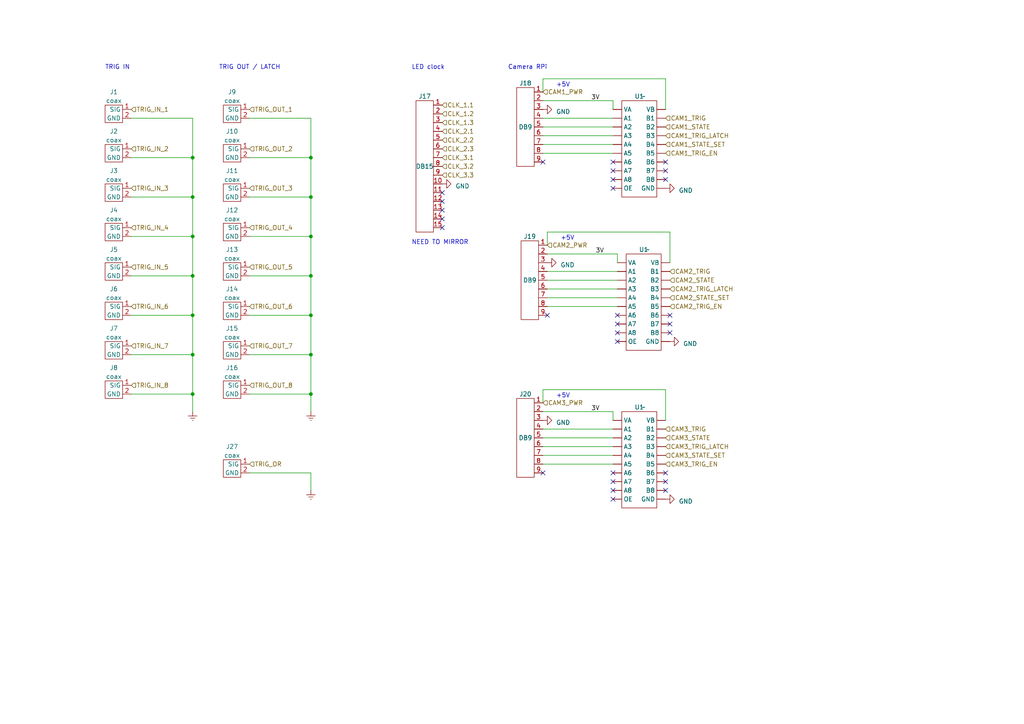
<source format=kicad_sch>
(kicad_sch (version 20230121) (generator eeschema)

  (uuid 5996e0c5-2d4d-4829-b39b-a476aa5c0e70)

  (paper "A4")

  (lib_symbols
    (symbol "led_driver:DB15" (in_bom yes) (on_board yes)
      (property "Reference" "J" (at 0 20.32 0)
        (effects (font (size 1.27 1.27)))
      )
      (property "Value" "DB15" (at 0 0 0)
        (effects (font (size 1.27 1.27)))
      )
      (property "Footprint" "" (at 0 20.32 0)
        (effects (font (size 1.27 1.27)) hide)
      )
      (property "Datasheet" "" (at 0 20.32 0)
        (effects (font (size 1.27 1.27)) hide)
      )
      (symbol "DB15_0_1"
        (rectangle (start -2.54 19.05) (end 2.54 -19.05)
          (stroke (width 0) (type default))
          (fill (type none))
        )
      )
      (symbol "DB15_1_1"
        (pin passive line (at 5.08 17.78 180) (length 2.54)
          (name "" (effects (font (size 1.27 1.27))))
          (number "1" (effects (font (size 1.27 1.27))))
        )
        (pin passive line (at 5.08 -5.08 180) (length 2.54)
          (name "" (effects (font (size 1.27 1.27))))
          (number "10" (effects (font (size 1.27 1.27))))
        )
        (pin passive line (at 5.08 -7.62 180) (length 2.54)
          (name "" (effects (font (size 1.27 1.27))))
          (number "11" (effects (font (size 1.27 1.27))))
        )
        (pin passive line (at 5.08 -10.16 180) (length 2.54)
          (name "" (effects (font (size 1.27 1.27))))
          (number "12" (effects (font (size 1.27 1.27))))
        )
        (pin passive line (at 5.08 -12.7 180) (length 2.54)
          (name "" (effects (font (size 1.27 1.27))))
          (number "13" (effects (font (size 1.27 1.27))))
        )
        (pin passive line (at 5.08 -15.24 180) (length 2.54)
          (name "" (effects (font (size 1.27 1.27))))
          (number "14" (effects (font (size 1.27 1.27))))
        )
        (pin passive line (at 5.08 -17.78 180) (length 2.54)
          (name "" (effects (font (size 1.27 1.27))))
          (number "15" (effects (font (size 1.27 1.27))))
        )
        (pin passive line (at 5.08 15.24 180) (length 2.54)
          (name "" (effects (font (size 1.27 1.27))))
          (number "2" (effects (font (size 1.27 1.27))))
        )
        (pin passive line (at 5.08 12.7 180) (length 2.54)
          (name "" (effects (font (size 1.27 1.27))))
          (number "3" (effects (font (size 1.27 1.27))))
        )
        (pin passive line (at 5.08 10.16 180) (length 2.54)
          (name "" (effects (font (size 1.27 1.27))))
          (number "4" (effects (font (size 1.27 1.27))))
        )
        (pin passive line (at 5.08 7.62 180) (length 2.54)
          (name "" (effects (font (size 1.27 1.27))))
          (number "5" (effects (font (size 1.27 1.27))))
        )
        (pin passive line (at 5.08 5.08 180) (length 2.54)
          (name "" (effects (font (size 1.27 1.27))))
          (number "6" (effects (font (size 1.27 1.27))))
        )
        (pin passive line (at 5.08 2.54 180) (length 2.54)
          (name "" (effects (font (size 1.27 1.27))))
          (number "7" (effects (font (size 1.27 1.27))))
        )
        (pin passive line (at 5.08 0 180) (length 2.54)
          (name "" (effects (font (size 1.27 1.27))))
          (number "8" (effects (font (size 1.27 1.27))))
        )
        (pin passive line (at 5.08 -2.54 180) (length 2.54)
          (name "" (effects (font (size 1.27 1.27))))
          (number "9" (effects (font (size 1.27 1.27))))
        )
      )
    )
    (symbol "led_driver:DB9" (in_bom yes) (on_board yes)
      (property "Reference" "J" (at 0 12.7 0)
        (effects (font (size 1.27 1.27)))
      )
      (property "Value" "" (at 0 12.7 0)
        (effects (font (size 1.27 1.27)))
      )
      (property "Footprint" "" (at 0 12.7 0)
        (effects (font (size 1.27 1.27)) hide)
      )
      (property "Datasheet" "" (at 0 12.7 0)
        (effects (font (size 1.27 1.27)) hide)
      )
      (symbol "DB9_0_1"
        (rectangle (start -2.54 11.43) (end 2.54 -11.43)
          (stroke (width 0) (type default))
          (fill (type none))
        )
      )
      (symbol "DB9_1_1"
        (pin passive line (at 5.08 10.16 180) (length 2.54)
          (name "" (effects (font (size 1.27 1.27))))
          (number "1" (effects (font (size 1.27 1.27))))
        )
        (pin passive line (at 5.08 7.62 180) (length 2.54)
          (name "" (effects (font (size 1.27 1.27))))
          (number "2" (effects (font (size 1.27 1.27))))
        )
        (pin passive line (at 5.08 5.08 180) (length 2.54)
          (name "" (effects (font (size 1.27 1.27))))
          (number "3" (effects (font (size 1.27 1.27))))
        )
        (pin passive line (at 5.08 2.54 180) (length 2.54)
          (name "" (effects (font (size 1.27 1.27))))
          (number "4" (effects (font (size 1.27 1.27))))
        )
        (pin passive line (at 5.08 0 180) (length 2.54)
          (name "" (effects (font (size 1.27 1.27))))
          (number "5" (effects (font (size 1.27 1.27))))
        )
        (pin passive line (at 5.08 -2.54 180) (length 2.54)
          (name "" (effects (font (size 1.27 1.27))))
          (number "6" (effects (font (size 1.27 1.27))))
        )
        (pin passive line (at 5.08 -5.08 180) (length 2.54)
          (name "" (effects (font (size 1.27 1.27))))
          (number "7" (effects (font (size 1.27 1.27))))
        )
        (pin passive line (at 5.08 -7.62 180) (length 2.54)
          (name "" (effects (font (size 1.27 1.27))))
          (number "8" (effects (font (size 1.27 1.27))))
        )
        (pin passive line (at 5.08 -10.16 180) (length 2.54)
          (name "" (effects (font (size 1.27 1.27))))
          (number "9" (effects (font (size 1.27 1.27))))
        )
      )
    )
    (symbol "led_driver:Logic_Converter_5V" (in_bom yes) (on_board yes)
      (property "Reference" "U" (at 0 15.24 0)
        (effects (font (size 1.27 1.27)))
      )
      (property "Value" "Logic_Converter_5V" (at 0 -15.24 0)
        (effects (font (size 1.27 1.27)))
      )
      (property "Footprint" "" (at 1.27 15.24 0)
        (effects (font (size 1.27 1.27)) hide)
      )
      (property "Datasheet" "" (at 1.27 15.24 0)
        (effects (font (size 1.27 1.27)) hide)
      )
      (symbol "Logic_Converter_5V_0_1"
        (rectangle (start -5.08 13.97) (end 5.08 -13.97)
          (stroke (width 0) (type default))
          (fill (type none))
        )
      )
      (symbol "Logic_Converter_5V_1_1"
        (pin passive line (at -7.62 8.89 0) (length 2.54)
          (name "A1" (effects (font (size 1.27 1.27))))
          (number "" (effects (font (size 1.27 1.27))))
        )
        (pin passive line (at -7.62 6.35 0) (length 2.54)
          (name "A2" (effects (font (size 1.27 1.27))))
          (number "" (effects (font (size 1.27 1.27))))
        )
        (pin passive line (at -7.62 3.81 0) (length 2.54)
          (name "A3" (effects (font (size 1.27 1.27))))
          (number "" (effects (font (size 1.27 1.27))))
        )
        (pin passive line (at -7.62 1.27 0) (length 2.54)
          (name "A4" (effects (font (size 1.27 1.27))))
          (number "" (effects (font (size 1.27 1.27))))
        )
        (pin passive line (at -7.62 -1.27 0) (length 2.54)
          (name "A5" (effects (font (size 1.27 1.27))))
          (number "" (effects (font (size 1.27 1.27))))
        )
        (pin passive line (at -7.62 -3.81 0) (length 2.54)
          (name "A6" (effects (font (size 1.27 1.27))))
          (number "" (effects (font (size 1.27 1.27))))
        )
        (pin passive line (at -7.62 -6.35 0) (length 2.54)
          (name "A7" (effects (font (size 1.27 1.27))))
          (number "" (effects (font (size 1.27 1.27))))
        )
        (pin passive line (at -7.62 -8.89 0) (length 2.54)
          (name "A8" (effects (font (size 1.27 1.27))))
          (number "" (effects (font (size 1.27 1.27))))
        )
        (pin passive line (at 7.62 8.89 180) (length 2.54)
          (name "B1" (effects (font (size 1.27 1.27))))
          (number "" (effects (font (size 1.27 1.27))))
        )
        (pin passive line (at 7.62 6.35 180) (length 2.54)
          (name "B2" (effects (font (size 1.27 1.27))))
          (number "" (effects (font (size 1.27 1.27))))
        )
        (pin passive line (at 7.62 3.81 180) (length 2.54)
          (name "B3" (effects (font (size 1.27 1.27))))
          (number "" (effects (font (size 1.27 1.27))))
        )
        (pin passive line (at 7.62 1.27 180) (length 2.54)
          (name "B4" (effects (font (size 1.27 1.27))))
          (number "" (effects (font (size 1.27 1.27))))
        )
        (pin passive line (at 7.62 -1.27 180) (length 2.54)
          (name "B5" (effects (font (size 1.27 1.27))))
          (number "" (effects (font (size 1.27 1.27))))
        )
        (pin passive line (at 7.62 -3.81 180) (length 2.54)
          (name "B6" (effects (font (size 1.27 1.27))))
          (number "" (effects (font (size 1.27 1.27))))
        )
        (pin passive line (at 7.62 -6.35 180) (length 2.54)
          (name "B7" (effects (font (size 1.27 1.27))))
          (number "" (effects (font (size 1.27 1.27))))
        )
        (pin passive line (at 7.62 -8.89 180) (length 2.54)
          (name "B8" (effects (font (size 1.27 1.27))))
          (number "" (effects (font (size 1.27 1.27))))
        )
        (pin passive line (at 7.62 -11.43 180) (length 2.54)
          (name "GND" (effects (font (size 1.27 1.27))))
          (number "" (effects (font (size 1.27 1.27))))
        )
        (pin passive line (at -7.62 -11.43 0) (length 2.54)
          (name "OE" (effects (font (size 1.27 1.27))))
          (number "" (effects (font (size 1.27 1.27))))
        )
        (pin passive line (at -7.62 11.43 0) (length 2.54)
          (name "VA" (effects (font (size 1.27 1.27))))
          (number "" (effects (font (size 1.27 1.27))))
        )
        (pin passive line (at 7.62 11.43 180) (length 2.54)
          (name "VB" (effects (font (size 1.27 1.27))))
          (number "" (effects (font (size 1.27 1.27))))
        )
      )
    )
    (symbol "led_driver:coax" (in_bom yes) (on_board yes)
      (property "Reference" "J" (at 0 3.81 0)
        (effects (font (size 1.27 1.27)))
      )
      (property "Value" "coax" (at 0 -3.81 0)
        (effects (font (size 1.27 1.27)))
      )
      (property "Footprint" "" (at 0 3.81 0)
        (effects (font (size 1.27 1.27)) hide)
      )
      (property "Datasheet" "" (at 0 3.81 0)
        (effects (font (size 1.27 1.27)) hide)
      )
      (symbol "coax_0_1"
        (rectangle (start -2.54 -2.54) (end 2.54 2.54)
          (stroke (width 0) (type default))
          (fill (type none))
        )
      )
      (symbol "coax_1_1"
        (pin input line (at 5.08 1.27 180) (length 2.54)
          (name "SIG" (effects (font (size 1.27 1.27))))
          (number "1" (effects (font (size 1.27 1.27))))
        )
        (pin input line (at 5.08 -1.27 180) (length 2.54)
          (name "GND" (effects (font (size 1.27 1.27))))
          (number "2" (effects (font (size 1.27 1.27))))
        )
      )
    )
    (symbol "power:Earth" (power) (pin_names (offset 0)) (in_bom yes) (on_board yes)
      (property "Reference" "#PWR" (at 0 -6.35 0)
        (effects (font (size 1.27 1.27)) hide)
      )
      (property "Value" "Earth" (at 0 -3.81 0)
        (effects (font (size 1.27 1.27)) hide)
      )
      (property "Footprint" "" (at 0 0 0)
        (effects (font (size 1.27 1.27)) hide)
      )
      (property "Datasheet" "~" (at 0 0 0)
        (effects (font (size 1.27 1.27)) hide)
      )
      (property "ki_keywords" "global ground gnd" (at 0 0 0)
        (effects (font (size 1.27 1.27)) hide)
      )
      (property "ki_description" "Power symbol creates a global label with name \"Earth\"" (at 0 0 0)
        (effects (font (size 1.27 1.27)) hide)
      )
      (symbol "Earth_0_1"
        (polyline
          (pts
            (xy -0.635 -1.905)
            (xy 0.635 -1.905)
          )
          (stroke (width 0) (type default))
          (fill (type none))
        )
        (polyline
          (pts
            (xy -0.127 -2.54)
            (xy 0.127 -2.54)
          )
          (stroke (width 0) (type default))
          (fill (type none))
        )
        (polyline
          (pts
            (xy 0 -1.27)
            (xy 0 0)
          )
          (stroke (width 0) (type default))
          (fill (type none))
        )
        (polyline
          (pts
            (xy 1.27 -1.27)
            (xy -1.27 -1.27)
          )
          (stroke (width 0) (type default))
          (fill (type none))
        )
      )
      (symbol "Earth_1_1"
        (pin power_in line (at 0 0 270) (length 0) hide
          (name "Earth" (effects (font (size 1.27 1.27))))
          (number "1" (effects (font (size 1.27 1.27))))
        )
      )
    )
    (symbol "power:GND" (power) (pin_names (offset 0)) (in_bom yes) (on_board yes)
      (property "Reference" "#PWR" (at 0 -6.35 0)
        (effects (font (size 1.27 1.27)) hide)
      )
      (property "Value" "GND" (at 0 -3.81 0)
        (effects (font (size 1.27 1.27)))
      )
      (property "Footprint" "" (at 0 0 0)
        (effects (font (size 1.27 1.27)) hide)
      )
      (property "Datasheet" "" (at 0 0 0)
        (effects (font (size 1.27 1.27)) hide)
      )
      (property "ki_keywords" "global power" (at 0 0 0)
        (effects (font (size 1.27 1.27)) hide)
      )
      (property "ki_description" "Power symbol creates a global label with name \"GND\" , ground" (at 0 0 0)
        (effects (font (size 1.27 1.27)) hide)
      )
      (symbol "GND_0_1"
        (polyline
          (pts
            (xy 0 0)
            (xy 0 -1.27)
            (xy 1.27 -1.27)
            (xy 0 -2.54)
            (xy -1.27 -1.27)
            (xy 0 -1.27)
          )
          (stroke (width 0) (type default))
          (fill (type none))
        )
      )
      (symbol "GND_1_1"
        (pin power_in line (at 0 0 270) (length 0) hide
          (name "GND" (effects (font (size 1.27 1.27))))
          (number "1" (effects (font (size 1.27 1.27))))
        )
      )
    )
  )

  (junction (at 90.17 114.3) (diameter 0) (color 0 0 0 0)
    (uuid 08b895f1-4315-42bb-934d-213d234a6585)
  )
  (junction (at 90.17 57.15) (diameter 0) (color 0 0 0 0)
    (uuid 0e2587e1-8090-4820-afa0-a72d7eb8e374)
  )
  (junction (at 55.88 114.3) (diameter 0) (color 0 0 0 0)
    (uuid 32a88476-7c8f-4a14-a850-27a162cfc363)
  )
  (junction (at 90.17 80.01) (diameter 0) (color 0 0 0 0)
    (uuid 3f56059d-ea40-4513-832d-277f11315684)
  )
  (junction (at 55.88 68.58) (diameter 0) (color 0 0 0 0)
    (uuid 49dea4de-6799-4b2c-b186-91043ef93834)
  )
  (junction (at 90.17 68.58) (diameter 0) (color 0 0 0 0)
    (uuid 58e61339-145e-4596-83f4-1468d87a2c6b)
  )
  (junction (at 55.88 80.01) (diameter 0) (color 0 0 0 0)
    (uuid 5b7063c5-d545-45f8-b730-7fda2a40b607)
  )
  (junction (at 90.17 102.87) (diameter 0) (color 0 0 0 0)
    (uuid 6dc71e9e-be56-4f3e-b099-138b7f5b600c)
  )
  (junction (at 55.88 91.44) (diameter 0) (color 0 0 0 0)
    (uuid 714e3cfe-d320-428c-819c-69d4a4d1b62d)
  )
  (junction (at 90.17 91.44) (diameter 0) (color 0 0 0 0)
    (uuid 73609aca-7a01-450d-ad1b-4fc556e6ac6a)
  )
  (junction (at 55.88 102.87) (diameter 0) (color 0 0 0 0)
    (uuid 98c3e910-cb3c-47ff-af61-1544edf7c951)
  )
  (junction (at 55.88 45.72) (diameter 0) (color 0 0 0 0)
    (uuid 9c2ccdac-28a7-4f3b-869f-d319a5f28d63)
  )
  (junction (at 55.88 57.15) (diameter 0) (color 0 0 0 0)
    (uuid da320d1e-e06d-4ecc-83b9-1ad29ddeacfc)
  )
  (junction (at 90.17 45.72) (diameter 0) (color 0 0 0 0)
    (uuid f41cac3b-cffb-4b2d-b7a8-12883c24c974)
  )

  (no_connect (at 179.07 99.06) (uuid 13b718f6-65d5-4c11-a2e7-51e95713a401))
  (no_connect (at 194.31 91.44) (uuid 1603403e-8575-4e28-848c-1c123759bf34))
  (no_connect (at 177.8 46.99) (uuid 1683d365-792f-4e26-aa3e-ec1f34d49576))
  (no_connect (at 193.04 52.07) (uuid 213a48d1-1ab0-41a1-9d29-a15bdfc42ce1))
  (no_connect (at 128.27 63.5) (uuid 24304bda-713c-49ae-be09-13e1c823c057))
  (no_connect (at 157.48 46.99) (uuid 26588dc8-8632-46d2-8818-06be1bb0e904))
  (no_connect (at 193.04 46.99) (uuid 409a5995-902d-4ee1-9370-7e1341e0fcdb))
  (no_connect (at 193.04 139.7) (uuid 40add38f-87a1-4877-b4c8-11ba95e44603))
  (no_connect (at 193.04 49.53) (uuid 4addeaae-f410-4261-aaf3-fa1b43dbd245))
  (no_connect (at 128.27 66.04) (uuid 4eaca7b4-fde5-4c75-8063-a864cfc82e2c))
  (no_connect (at 177.8 52.07) (uuid 605a4748-45c1-45c2-a657-807c91888591))
  (no_connect (at 177.8 49.53) (uuid 6edc91b8-b0fa-4383-b444-9cb189402ff0))
  (no_connect (at 177.8 137.16) (uuid 75fc5c13-b661-4b2e-b217-037dd3d7ec33))
  (no_connect (at 177.8 142.24) (uuid 795eea3a-401c-4bc1-b8f0-bc0f6c08482e))
  (no_connect (at 177.8 54.61) (uuid 7e4293c4-aca1-4570-9df4-024c3ba78399))
  (no_connect (at 194.31 93.98) (uuid 7f3c2615-2fb9-44b4-ae76-7eec2520099e))
  (no_connect (at 193.04 142.24) (uuid 80d0dee6-4b55-4758-9f57-64576af95881))
  (no_connect (at 158.75 91.44) (uuid 9233d0c4-cf5a-4d4d-baf8-d1028b3e48c9))
  (no_connect (at 177.8 139.7) (uuid 9b9330c6-6e42-4af1-9f2e-60f59ec1ed15))
  (no_connect (at 157.48 137.16) (uuid a8c04d28-37be-4be0-9600-74f98b262941))
  (no_connect (at 128.27 58.42) (uuid ae9036d3-652e-454d-86d1-79d8a516f7f6))
  (no_connect (at 179.07 93.98) (uuid b12b179b-e93e-4b55-b52d-2d4f909f6d73))
  (no_connect (at 128.27 55.88) (uuid bd9e736c-2695-4eaa-845a-57ff03aa55c3))
  (no_connect (at 179.07 91.44) (uuid c7fb5b71-ac0b-41bc-9672-ec136698f102))
  (no_connect (at 177.8 144.78) (uuid c881fee1-065d-4f66-a3c4-eefc61690a79))
  (no_connect (at 193.04 137.16) (uuid c9495614-8d75-48da-8405-d091e3b60fd5))
  (no_connect (at 179.07 96.52) (uuid cc66a46b-506f-452d-8e28-eda6118992b9))
  (no_connect (at 194.31 96.52) (uuid ce230cc6-59a1-48e3-b9b3-b39ad41fb49e))
  (no_connect (at 128.27 60.96) (uuid f2326b08-e600-4833-889c-e4e8f6587687))

  (wire (pts (xy 158.75 73.66) (xy 179.07 73.66))
    (stroke (width 0) (type default))
    (uuid 0247a21d-c116-4dbc-8624-613736a62f5c)
  )
  (wire (pts (xy 38.1 80.01) (xy 55.88 80.01))
    (stroke (width 0) (type default))
    (uuid 118fa763-e579-49ae-9480-2255fbed1fb7)
  )
  (wire (pts (xy 72.39 80.01) (xy 90.17 80.01))
    (stroke (width 0) (type default))
    (uuid 1326c9f8-c4c8-4b40-9821-520c6b058652)
  )
  (wire (pts (xy 194.31 67.31) (xy 194.31 76.2))
    (stroke (width 0) (type default))
    (uuid 168c3067-e7dc-4064-a6b5-1e9228e56a9c)
  )
  (wire (pts (xy 157.48 26.67) (xy 157.48 22.86))
    (stroke (width 0) (type default))
    (uuid 197e20c8-6e04-4de8-b5da-2d70f0c56b9c)
  )
  (wire (pts (xy 55.88 34.29) (xy 38.1 34.29))
    (stroke (width 0) (type default))
    (uuid 1d070a8f-1dfe-435a-90c9-721139dccb3e)
  )
  (wire (pts (xy 157.48 113.03) (xy 157.48 116.84))
    (stroke (width 0) (type default))
    (uuid 1de25731-197d-48a6-9cee-74767d032526)
  )
  (wire (pts (xy 55.88 57.15) (xy 55.88 68.58))
    (stroke (width 0) (type default))
    (uuid 242b6336-1c83-402d-bf0b-83154054ebe4)
  )
  (wire (pts (xy 177.8 29.21) (xy 177.8 31.75))
    (stroke (width 0) (type default))
    (uuid 2640382f-a69a-4111-95f3-364ba61d713a)
  )
  (wire (pts (xy 193.04 22.86) (xy 193.04 31.75))
    (stroke (width 0) (type default))
    (uuid 26b5bfeb-7f6b-41b5-9865-c3e9c47a30d9)
  )
  (wire (pts (xy 55.88 45.72) (xy 55.88 34.29))
    (stroke (width 0) (type default))
    (uuid 27fe00f7-29dc-4ad1-aad7-aa011b6d8ed6)
  )
  (wire (pts (xy 38.1 114.3) (xy 55.88 114.3))
    (stroke (width 0) (type default))
    (uuid 2c0fa85b-e458-41eb-9d58-c12a2a5c28fe)
  )
  (wire (pts (xy 55.88 68.58) (xy 55.88 80.01))
    (stroke (width 0) (type default))
    (uuid 2c5237e1-436f-49b0-8f42-2e1b6f57481a)
  )
  (wire (pts (xy 72.39 137.16) (xy 90.17 137.16))
    (stroke (width 0) (type default))
    (uuid 2f85c3f5-6ea4-4163-adf7-5dd0b1cce7f2)
  )
  (wire (pts (xy 90.17 91.44) (xy 90.17 102.87))
    (stroke (width 0) (type default))
    (uuid 31f602bf-5a10-419d-8c12-20b19b9e4040)
  )
  (wire (pts (xy 157.48 39.37) (xy 177.8 39.37))
    (stroke (width 0) (type default))
    (uuid 3226feba-8b0f-4be1-a070-fa4d7d04c2d6)
  )
  (wire (pts (xy 38.1 91.44) (xy 55.88 91.44))
    (stroke (width 0) (type default))
    (uuid 34717f84-735c-42ab-ab34-7f44ad96581e)
  )
  (wire (pts (xy 157.48 113.03) (xy 193.04 113.03))
    (stroke (width 0) (type default))
    (uuid 415b269b-2195-428b-9f52-6a59273d7e60)
  )
  (wire (pts (xy 72.39 57.15) (xy 90.17 57.15))
    (stroke (width 0) (type default))
    (uuid 41be1155-12a7-413a-a55d-771d60f8b74c)
  )
  (wire (pts (xy 90.17 45.72) (xy 90.17 34.29))
    (stroke (width 0) (type default))
    (uuid 4464b377-4cf9-4c40-9d47-57b4f57a7314)
  )
  (wire (pts (xy 157.48 132.08) (xy 177.8 132.08))
    (stroke (width 0) (type default))
    (uuid 48f7bdec-e817-4752-b8c0-bc3a88318a41)
  )
  (wire (pts (xy 157.48 127) (xy 177.8 127))
    (stroke (width 0) (type default))
    (uuid 49c5f6b1-c275-4e29-bda6-bd4a580b24e2)
  )
  (wire (pts (xy 55.88 114.3) (xy 55.88 119.38))
    (stroke (width 0) (type default))
    (uuid 512a0ca9-41c3-494d-b982-f645b61525bc)
  )
  (wire (pts (xy 157.48 44.45) (xy 177.8 44.45))
    (stroke (width 0) (type default))
    (uuid 642015cd-17cf-4b4e-a08b-40a2f1031ac7)
  )
  (wire (pts (xy 90.17 137.16) (xy 90.17 142.24))
    (stroke (width 0) (type default))
    (uuid 655736e5-19ca-4998-81ba-e93fcb67a7cd)
  )
  (wire (pts (xy 157.48 34.29) (xy 177.8 34.29))
    (stroke (width 0) (type default))
    (uuid 678d812a-a89a-4ba1-a4aa-4c987d6e9eaa)
  )
  (wire (pts (xy 158.75 67.31) (xy 194.31 67.31))
    (stroke (width 0) (type default))
    (uuid 6af7acd9-097a-419e-936c-851d34eb83d2)
  )
  (wire (pts (xy 157.48 36.83) (xy 177.8 36.83))
    (stroke (width 0) (type default))
    (uuid 6e60ea2c-7c24-421c-8da5-071da815c635)
  )
  (wire (pts (xy 72.39 114.3) (xy 90.17 114.3))
    (stroke (width 0) (type default))
    (uuid 80078f24-a397-4bb1-b7e3-204d046c3762)
  )
  (wire (pts (xy 72.39 68.58) (xy 90.17 68.58))
    (stroke (width 0) (type default))
    (uuid 80221433-4323-411d-9a11-64bfb27b2ed0)
  )
  (wire (pts (xy 158.75 78.74) (xy 179.07 78.74))
    (stroke (width 0) (type default))
    (uuid 8359f33c-261f-496c-a924-c6d53198313b)
  )
  (wire (pts (xy 157.48 22.86) (xy 193.04 22.86))
    (stroke (width 0) (type default))
    (uuid 88757899-a0f6-413c-8a43-6f8515d5c758)
  )
  (wire (pts (xy 55.88 91.44) (xy 55.88 102.87))
    (stroke (width 0) (type default))
    (uuid 8cc17be5-f7de-45ad-8122-7d330ddb8ce0)
  )
  (wire (pts (xy 90.17 34.29) (xy 72.39 34.29))
    (stroke (width 0) (type default))
    (uuid 8e4d3303-f93d-4a63-a2e2-edb0f4fa9e6e)
  )
  (wire (pts (xy 157.48 129.54) (xy 177.8 129.54))
    (stroke (width 0) (type default))
    (uuid 8fe9adfc-f5bd-4cef-9f29-c76f182b7814)
  )
  (wire (pts (xy 157.48 134.62) (xy 177.8 134.62))
    (stroke (width 0) (type default))
    (uuid 93fa95eb-8af3-4ea3-846f-210cd6599323)
  )
  (wire (pts (xy 38.1 68.58) (xy 55.88 68.58))
    (stroke (width 0) (type default))
    (uuid 9beb508e-5b7b-4262-b2e5-37b8898aa75b)
  )
  (wire (pts (xy 157.48 119.38) (xy 177.8 119.38))
    (stroke (width 0) (type default))
    (uuid a029d594-d99e-4130-898c-035c834481bf)
  )
  (wire (pts (xy 90.17 102.87) (xy 90.17 114.3))
    (stroke (width 0) (type default))
    (uuid a0d973d6-0cb8-4161-b07d-d6b014a84789)
  )
  (wire (pts (xy 158.75 86.36) (xy 179.07 86.36))
    (stroke (width 0) (type default))
    (uuid a72ca28e-39da-479a-a385-af36cf927cbd)
  )
  (wire (pts (xy 90.17 68.58) (xy 90.17 80.01))
    (stroke (width 0) (type default))
    (uuid a74ace5c-604f-4329-ac3a-1067f402bbc4)
  )
  (wire (pts (xy 157.48 41.91) (xy 177.8 41.91))
    (stroke (width 0) (type default))
    (uuid a8bc2786-a5d7-4732-b748-4cccaf24b4ca)
  )
  (wire (pts (xy 72.39 102.87) (xy 90.17 102.87))
    (stroke (width 0) (type default))
    (uuid a9697f82-e069-4222-b102-7763c492cb52)
  )
  (wire (pts (xy 38.1 45.72) (xy 55.88 45.72))
    (stroke (width 0) (type default))
    (uuid ab381f98-2c65-460a-8dc1-f697601e6bac)
  )
  (wire (pts (xy 158.75 88.9) (xy 179.07 88.9))
    (stroke (width 0) (type default))
    (uuid ae0a459a-cdb7-496d-9ac1-8a17bc9a80b1)
  )
  (wire (pts (xy 158.75 67.31) (xy 158.75 71.12))
    (stroke (width 0) (type default))
    (uuid bba703a9-e606-4743-8f7f-10c020321714)
  )
  (wire (pts (xy 38.1 102.87) (xy 55.88 102.87))
    (stroke (width 0) (type default))
    (uuid bbcf4632-733b-4df1-b3ed-39c5dfd957d4)
  )
  (wire (pts (xy 55.88 102.87) (xy 55.88 114.3))
    (stroke (width 0) (type default))
    (uuid bc34a432-74ee-4be3-9010-71d52bc02fe8)
  )
  (wire (pts (xy 177.8 119.38) (xy 177.8 121.92))
    (stroke (width 0) (type default))
    (uuid bc76f0f6-3b2c-4793-9770-dd265b3b7229)
  )
  (wire (pts (xy 38.1 57.15) (xy 55.88 57.15))
    (stroke (width 0) (type default))
    (uuid bd3cba82-80fd-499b-b539-4cc3b79b9d10)
  )
  (wire (pts (xy 90.17 80.01) (xy 90.17 91.44))
    (stroke (width 0) (type default))
    (uuid bd7bcc2c-bde0-4bfe-a0ca-9d593f07ede6)
  )
  (wire (pts (xy 90.17 57.15) (xy 90.17 68.58))
    (stroke (width 0) (type default))
    (uuid bda0913e-8846-435c-9e62-961fd14fc9a6)
  )
  (wire (pts (xy 55.88 45.72) (xy 55.88 57.15))
    (stroke (width 0) (type default))
    (uuid c015c2ce-f416-43ed-87bb-dd49ba09f46a)
  )
  (wire (pts (xy 90.17 45.72) (xy 90.17 57.15))
    (stroke (width 0) (type default))
    (uuid c9370b96-fefa-4996-810d-68edf3990a40)
  )
  (wire (pts (xy 193.04 113.03) (xy 193.04 121.92))
    (stroke (width 0) (type default))
    (uuid cb376ac2-e1dc-4c4d-ab9b-210c581aeddc)
  )
  (wire (pts (xy 179.07 73.66) (xy 179.07 76.2))
    (stroke (width 0) (type default))
    (uuid d00ff9ae-d34e-4fe9-a00e-09453c14fe8d)
  )
  (wire (pts (xy 72.39 45.72) (xy 90.17 45.72))
    (stroke (width 0) (type default))
    (uuid d113a56a-0ac7-4896-a4c0-62b13157a098)
  )
  (wire (pts (xy 158.75 83.82) (xy 179.07 83.82))
    (stroke (width 0) (type default))
    (uuid d137fd1f-2450-419e-a0e6-801500fc09b1)
  )
  (wire (pts (xy 157.48 29.21) (xy 177.8 29.21))
    (stroke (width 0) (type default))
    (uuid d178c432-b239-4c91-8bab-aaac07d5acf5)
  )
  (wire (pts (xy 158.75 81.28) (xy 179.07 81.28))
    (stroke (width 0) (type default))
    (uuid d1fede40-c052-4bbf-9a32-acf601826227)
  )
  (wire (pts (xy 72.39 91.44) (xy 90.17 91.44))
    (stroke (width 0) (type default))
    (uuid d33564a8-557f-4140-8312-8d152d661463)
  )
  (wire (pts (xy 55.88 80.01) (xy 55.88 91.44))
    (stroke (width 0) (type default))
    (uuid de0d1fba-4c8c-462d-b667-c15671e0fa09)
  )
  (wire (pts (xy 90.17 114.3) (xy 90.17 119.38))
    (stroke (width 0) (type default))
    (uuid e3775d50-1394-4f91-a287-e32eefa46cd9)
  )
  (wire (pts (xy 157.48 124.46) (xy 177.8 124.46))
    (stroke (width 0) (type default))
    (uuid e6bf8dce-957a-4e44-b2a5-8efa913820db)
  )

  (text "+5V" (at 161.29 25.4 0)
    (effects (font (size 1.27 1.27)) (justify left bottom))
    (uuid 0d7140b0-c072-4c74-b3ef-b480b573f745)
  )
  (text "+5V" (at 161.29 115.57 0)
    (effects (font (size 1.27 1.27)) (justify left bottom))
    (uuid 5966d0f7-1f0c-4677-9936-f39b9530f3cc)
  )
  (text "LED clock" (at 119.38 20.32 0)
    (effects (font (size 1.27 1.27)) (justify left bottom))
    (uuid 88ed13c1-8e2c-4819-9d91-7091aa6cdc7c)
  )
  (text "+5V" (at 162.56 69.85 0)
    (effects (font (size 1.27 1.27)) (justify left bottom))
    (uuid b587aa12-3ce7-4060-96ee-42e629285c98)
  )
  (text "TRIG IN" (at 30.48 20.32 0)
    (effects (font (size 1.27 1.27)) (justify left bottom))
    (uuid c21de40d-6907-404a-ae75-119168d12bf8)
  )
  (text "TRIG OUT / LATCH" (at 63.5 20.32 0)
    (effects (font (size 1.27 1.27)) (justify left bottom))
    (uuid d210c87a-b229-47d0-ae6c-a2b13bdc0cfa)
  )
  (text "Camera RPi" (at 147.32 20.32 0)
    (effects (font (size 1.27 1.27)) (justify left bottom))
    (uuid e69fbbe0-7715-4892-947d-a79c470a6c89)
  )
  (text "NEED TO MIRROR" (at 119.38 71.12 0)
    (effects (font (size 1.27 1.27)) (justify left bottom))
    (uuid e8041db5-f4d6-4dc8-9f30-e04e5813f8d4)
  )

  (label "3V" (at 171.45 29.21 0) (fields_autoplaced)
    (effects (font (size 1.27 1.27)) (justify left bottom))
    (uuid 843b6b4a-5613-4f15-80e8-acdb838712e6)
  )
  (label "3V" (at 172.72 73.66 0) (fields_autoplaced)
    (effects (font (size 1.27 1.27)) (justify left bottom))
    (uuid c879bb41-4540-4b6b-94b6-dd25e8d0d0a2)
  )
  (label "3V" (at 171.45 119.38 0) (fields_autoplaced)
    (effects (font (size 1.27 1.27)) (justify left bottom))
    (uuid fb45b7bb-f45b-446e-b89f-e50239632bb0)
  )

  (hierarchical_label "TRIG_IN_7" (shape input) (at 38.1 100.33 0) (fields_autoplaced)
    (effects (font (size 1.27 1.27)) (justify left))
    (uuid 0514fc15-30d0-4ec0-81bc-fcef4ae48fdf)
  )
  (hierarchical_label "TRIG_IN_8" (shape input) (at 38.1 111.76 0) (fields_autoplaced)
    (effects (font (size 1.27 1.27)) (justify left))
    (uuid 0673fe5c-73bc-419b-b00c-cdfbef667e17)
  )
  (hierarchical_label "CAM3_TRIG_EN" (shape input) (at 193.04 134.62 0) (fields_autoplaced)
    (effects (font (size 1.27 1.27)) (justify left))
    (uuid 0d0da7ed-cd7d-443a-8b65-f730b1186178)
  )
  (hierarchical_label "CLK_1.3" (shape input) (at 128.27 35.56 0) (fields_autoplaced)
    (effects (font (size 1.27 1.27)) (justify left))
    (uuid 0e4b9e76-f90f-46fa-8d45-1abd56a0bb50)
  )
  (hierarchical_label "CLK_3.2" (shape input) (at 128.27 48.26 0) (fields_autoplaced)
    (effects (font (size 1.27 1.27)) (justify left))
    (uuid 0f03b45c-44ac-4825-a851-23bb623f7a57)
  )
  (hierarchical_label "TRIG_OUT_3" (shape input) (at 72.39 54.61 0) (fields_autoplaced)
    (effects (font (size 1.27 1.27)) (justify left))
    (uuid 17f31be7-2c95-4fee-b563-6d7cd7570082)
  )
  (hierarchical_label "TRIG_OUT_4" (shape input) (at 72.39 66.04 0) (fields_autoplaced)
    (effects (font (size 1.27 1.27)) (justify left))
    (uuid 1970f95f-2ec8-404f-b6be-10766537fcc7)
  )
  (hierarchical_label "CLK_3.1" (shape input) (at 128.27 45.72 0) (fields_autoplaced)
    (effects (font (size 1.27 1.27)) (justify left))
    (uuid 1b675a16-6ce5-4f3d-aff3-99016e836fe4)
  )
  (hierarchical_label "CAM1_TRIG_EN" (shape input) (at 193.04 44.45 0) (fields_autoplaced)
    (effects (font (size 1.27 1.27)) (justify left))
    (uuid 1f08ad1f-e6db-42f1-8833-93ffcea69601)
  )
  (hierarchical_label "TRIG_IN_2" (shape input) (at 38.1 43.18 0) (fields_autoplaced)
    (effects (font (size 1.27 1.27)) (justify left))
    (uuid 2acac218-88a0-4d49-8641-31e23eab3356)
  )
  (hierarchical_label "CLK_2.1" (shape input) (at 128.27 38.1 0) (fields_autoplaced)
    (effects (font (size 1.27 1.27)) (justify left))
    (uuid 2f53ad78-aee5-4cec-9093-939c8a6bd942)
  )
  (hierarchical_label "TRIG_OR" (shape input) (at 72.39 134.62 0) (fields_autoplaced)
    (effects (font (size 1.27 1.27)) (justify left))
    (uuid 3d6dbd62-7c25-4254-86a7-622c85bfe56e)
  )
  (hierarchical_label "TRIG_IN_1" (shape input) (at 38.1 31.75 0) (fields_autoplaced)
    (effects (font (size 1.27 1.27)) (justify left))
    (uuid 5057328a-7815-4908-b912-02f5357dab13)
  )
  (hierarchical_label "CAM2_STATE_SET" (shape input) (at 194.31 86.36 0) (fields_autoplaced)
    (effects (font (size 1.27 1.27)) (justify left))
    (uuid 55f61c68-4417-46d2-91f3-db7ae0025aca)
  )
  (hierarchical_label "TRIG_OUT_1" (shape input) (at 72.39 31.75 0) (fields_autoplaced)
    (effects (font (size 1.27 1.27)) (justify left))
    (uuid 56f24396-f2bd-4f58-807e-fabd609784db)
  )
  (hierarchical_label "TRIG_IN_3" (shape input) (at 38.1 54.61 0) (fields_autoplaced)
    (effects (font (size 1.27 1.27)) (justify left))
    (uuid 57bb1307-cb5d-4fa5-b175-6a42b38579a1)
  )
  (hierarchical_label "CAM1_STATE_SET" (shape input) (at 193.04 41.91 0) (fields_autoplaced)
    (effects (font (size 1.27 1.27)) (justify left))
    (uuid 5a80af1d-3374-4064-9029-6eb911839c22)
  )
  (hierarchical_label "CAM2_PWR" (shape input) (at 158.75 71.12 0) (fields_autoplaced)
    (effects (font (size 1.27 1.27)) (justify left))
    (uuid 64545b29-b647-403d-b218-e68137450ede)
  )
  (hierarchical_label "TRIG_IN_4" (shape input) (at 38.1 66.04 0) (fields_autoplaced)
    (effects (font (size 1.27 1.27)) (justify left))
    (uuid 7f6b21f7-a6a7-4953-80c1-51d820f140a1)
  )
  (hierarchical_label "CAM3_TRIG" (shape input) (at 193.04 124.46 0) (fields_autoplaced)
    (effects (font (size 1.27 1.27)) (justify left))
    (uuid 8698bb66-5346-42cf-abd2-17fcb6cd451e)
  )
  (hierarchical_label "CAM1_TRIG" (shape input) (at 193.04 34.29 0) (fields_autoplaced)
    (effects (font (size 1.27 1.27)) (justify left))
    (uuid 89155b28-fe0f-49a6-9c1a-f3302da27a8d)
  )
  (hierarchical_label "CAM2_TRIG" (shape input) (at 194.31 78.74 0) (fields_autoplaced)
    (effects (font (size 1.27 1.27)) (justify left))
    (uuid 8a60282f-8673-401b-8f85-aef8d0d0815d)
  )
  (hierarchical_label "CLK_3.3" (shape input) (at 128.27 50.8 0) (fields_autoplaced)
    (effects (font (size 1.27 1.27)) (justify left))
    (uuid 8b8844e1-0568-4cb2-9b3e-779e78615b42)
  )
  (hierarchical_label "CAM2_STATE" (shape input) (at 194.31 81.28 0) (fields_autoplaced)
    (effects (font (size 1.27 1.27)) (justify left))
    (uuid 8d57bba6-a9b5-4da2-9f9a-41b0668a8ba8)
  )
  (hierarchical_label "CLK_2.2" (shape input) (at 128.27 40.64 0) (fields_autoplaced)
    (effects (font (size 1.27 1.27)) (justify left))
    (uuid 8dd57993-35d0-41ca-ae74-638c183893e7)
  )
  (hierarchical_label "CLK_1.1" (shape input) (at 128.27 30.48 0) (fields_autoplaced)
    (effects (font (size 1.27 1.27)) (justify left))
    (uuid 96ff7785-cf8d-4428-9b70-d8589609b8d1)
  )
  (hierarchical_label "TRIG_IN_5" (shape input) (at 38.1 77.47 0) (fields_autoplaced)
    (effects (font (size 1.27 1.27)) (justify left))
    (uuid a33887b3-7499-4ddd-9015-cdfce974e388)
  )
  (hierarchical_label "TRIG_OUT_7" (shape input) (at 72.39 100.33 0) (fields_autoplaced)
    (effects (font (size 1.27 1.27)) (justify left))
    (uuid a7af5737-66e3-40ce-a4ae-adf47be45e9b)
  )
  (hierarchical_label "CAM1_PWR" (shape input) (at 157.48 26.67 0) (fields_autoplaced)
    (effects (font (size 1.27 1.27)) (justify left))
    (uuid ad64ea53-2f7d-441c-a9bc-83aaac38dded)
  )
  (hierarchical_label "CAM1_STATE" (shape input) (at 193.04 36.83 0) (fields_autoplaced)
    (effects (font (size 1.27 1.27)) (justify left))
    (uuid c2f636c7-c6a5-4928-9fa4-2d05a03c68a0)
  )
  (hierarchical_label "TRIG_OUT_8" (shape input) (at 72.39 111.76 0) (fields_autoplaced)
    (effects (font (size 1.27 1.27)) (justify left))
    (uuid c5b5bf46-b4d5-4d14-b266-4fe502091bbb)
  )
  (hierarchical_label "TRIG_OUT_6" (shape input) (at 72.39 88.9 0) (fields_autoplaced)
    (effects (font (size 1.27 1.27)) (justify left))
    (uuid c875c96d-3d28-4488-b188-10879c4c3746)
  )
  (hierarchical_label "CAM3_STATE_SET" (shape input) (at 193.04 132.08 0) (fields_autoplaced)
    (effects (font (size 1.27 1.27)) (justify left))
    (uuid ca0433e1-8a5f-4168-8e51-3b41ad23e4df)
  )
  (hierarchical_label "TRIG_OUT_5" (shape input) (at 72.39 77.47 0) (fields_autoplaced)
    (effects (font (size 1.27 1.27)) (justify left))
    (uuid cb09422d-8778-40ee-b74c-5fe7b743abe9)
  )
  (hierarchical_label "CAM2_TRIG_EN" (shape input) (at 194.31 88.9 0) (fields_autoplaced)
    (effects (font (size 1.27 1.27)) (justify left))
    (uuid cbd32377-d529-47c6-b981-61ad5a1667d3)
  )
  (hierarchical_label "CAM2_TRIG_LATCH" (shape input) (at 194.31 83.82 0) (fields_autoplaced)
    (effects (font (size 1.27 1.27)) (justify left))
    (uuid d11cbf4d-880c-4459-8b33-7a03a9814988)
  )
  (hierarchical_label "CAM3_PWR" (shape input) (at 157.48 116.84 0) (fields_autoplaced)
    (effects (font (size 1.27 1.27)) (justify left))
    (uuid d31f0d64-6fad-4fcd-b4cf-f3d58cb456d6)
  )
  (hierarchical_label "TRIG_OUT_2" (shape input) (at 72.39 43.18 0) (fields_autoplaced)
    (effects (font (size 1.27 1.27)) (justify left))
    (uuid dbb22513-ab6b-4e56-9cad-6b2f5af387fb)
  )
  (hierarchical_label "CAM3_TRIG_LATCH" (shape input) (at 193.04 129.54 0) (fields_autoplaced)
    (effects (font (size 1.27 1.27)) (justify left))
    (uuid dce28ce5-1764-4171-b133-e4550ae7c45a)
  )
  (hierarchical_label "CLK_1.2" (shape input) (at 128.27 33.02 0) (fields_autoplaced)
    (effects (font (size 1.27 1.27)) (justify left))
    (uuid df029b96-cd9d-4a28-a759-816dbe605cec)
  )
  (hierarchical_label "CLK_2.3" (shape input) (at 128.27 43.18 0) (fields_autoplaced)
    (effects (font (size 1.27 1.27)) (justify left))
    (uuid e1ec985a-c95c-4713-bbc3-1e53263af422)
  )
  (hierarchical_label "CAM3_STATE" (shape input) (at 193.04 127 0) (fields_autoplaced)
    (effects (font (size 1.27 1.27)) (justify left))
    (uuid e57103cd-01a6-4446-8d55-7cf987ad8ed8)
  )
  (hierarchical_label "TRIG_IN_6" (shape input) (at 38.1 88.9 0) (fields_autoplaced)
    (effects (font (size 1.27 1.27)) (justify left))
    (uuid e71de5ae-58a2-48b0-b730-0ac9532a410f)
  )
  (hierarchical_label "CAM1_TRIG_LATCH" (shape input) (at 193.04 39.37 0) (fields_autoplaced)
    (effects (font (size 1.27 1.27)) (justify left))
    (uuid ed799a62-5e07-4b35-8d36-9a34add1c6c8)
  )

  (symbol (lib_id "led_driver:coax") (at 67.31 90.17 0) (unit 1)
    (in_bom yes) (on_board yes) (dnp no) (fields_autoplaced)
    (uuid 0467792a-ddfd-41b1-8d94-055bbf5086ee)
    (property "Reference" "J14" (at 67.31 83.82 0)
      (effects (font (size 1.27 1.27)))
    )
    (property "Value" "coax" (at 67.31 86.36 0)
      (effects (font (size 1.27 1.27)))
    )
    (property "Footprint" "" (at 67.31 86.36 0)
      (effects (font (size 1.27 1.27)) hide)
    )
    (property "Datasheet" "" (at 67.31 86.36 0)
      (effects (font (size 1.27 1.27)) hide)
    )
    (pin "1" (uuid eb298c42-eeca-4da5-8af0-4ad61bc6b237))
    (pin "2" (uuid da2752d0-1df3-4d6d-b993-ffb7772aef7f))
    (instances
      (project "dio_box"
        (path "/617a7c5d-26e4-40f1-8dc6-da0df3aa4d83/3400685b-a982-493e-934a-5ef851cdafa1"
          (reference "J14") (unit 1)
        )
      )
    )
  )

  (symbol (lib_id "power:GND") (at 157.48 31.75 90) (unit 1)
    (in_bom yes) (on_board yes) (dnp no) (fields_autoplaced)
    (uuid 0a92bbd5-f806-465c-8313-8ee63515051b)
    (property "Reference" "#PWR012" (at 163.83 31.75 0)
      (effects (font (size 1.27 1.27)) hide)
    )
    (property "Value" "GND" (at 161.29 32.385 90)
      (effects (font (size 1.27 1.27)) (justify right))
    )
    (property "Footprint" "" (at 157.48 31.75 0)
      (effects (font (size 1.27 1.27)) hide)
    )
    (property "Datasheet" "" (at 157.48 31.75 0)
      (effects (font (size 1.27 1.27)) hide)
    )
    (pin "1" (uuid 41d3bc3f-66fb-42e7-a4c5-60572422ac2c))
    (instances
      (project "dio_box"
        (path "/617a7c5d-26e4-40f1-8dc6-da0df3aa4d83/3400685b-a982-493e-934a-5ef851cdafa1"
          (reference "#PWR012") (unit 1)
        )
      )
    )
  )

  (symbol (lib_id "led_driver:coax") (at 67.31 135.89 0) (unit 1)
    (in_bom yes) (on_board yes) (dnp no) (fields_autoplaced)
    (uuid 12e93dcf-ade2-4c2e-bfbc-a8eaf825368f)
    (property "Reference" "J27" (at 67.31 129.54 0)
      (effects (font (size 1.27 1.27)))
    )
    (property "Value" "coax" (at 67.31 132.08 0)
      (effects (font (size 1.27 1.27)))
    )
    (property "Footprint" "" (at 67.31 132.08 0)
      (effects (font (size 1.27 1.27)) hide)
    )
    (property "Datasheet" "" (at 67.31 132.08 0)
      (effects (font (size 1.27 1.27)) hide)
    )
    (pin "1" (uuid 7feabbc4-00ff-4d8f-a5df-30a49fe7ff55))
    (pin "2" (uuid 6907b4fd-653c-4340-94d2-2768467b6406))
    (instances
      (project "dio_box"
        (path "/617a7c5d-26e4-40f1-8dc6-da0df3aa4d83/3400685b-a982-493e-934a-5ef851cdafa1"
          (reference "J27") (unit 1)
        )
      )
    )
  )

  (symbol (lib_id "power:Earth") (at 55.88 119.38 0) (unit 1)
    (in_bom yes) (on_board yes) (dnp no) (fields_autoplaced)
    (uuid 1f711761-c190-42bb-89a7-a8b0746c2a5d)
    (property "Reference" "#PWR01" (at 55.88 125.73 0)
      (effects (font (size 1.27 1.27)) hide)
    )
    (property "Value" "Earth" (at 55.88 123.19 0)
      (effects (font (size 1.27 1.27)) hide)
    )
    (property "Footprint" "" (at 55.88 119.38 0)
      (effects (font (size 1.27 1.27)) hide)
    )
    (property "Datasheet" "~" (at 55.88 119.38 0)
      (effects (font (size 1.27 1.27)) hide)
    )
    (pin "1" (uuid 26b7e046-9a49-4ea4-a078-3a735bf8b48e))
    (instances
      (project "dio_box"
        (path "/617a7c5d-26e4-40f1-8dc6-da0df3aa4d83/3400685b-a982-493e-934a-5ef851cdafa1"
          (reference "#PWR01") (unit 1)
        )
      )
    )
  )

  (symbol (lib_id "led_driver:coax") (at 67.31 78.74 0) (unit 1)
    (in_bom yes) (on_board yes) (dnp no) (fields_autoplaced)
    (uuid 2756fba0-9029-4276-9074-ce69d80c36b2)
    (property "Reference" "J13" (at 67.31 72.39 0)
      (effects (font (size 1.27 1.27)))
    )
    (property "Value" "coax" (at 67.31 74.93 0)
      (effects (font (size 1.27 1.27)))
    )
    (property "Footprint" "" (at 67.31 74.93 0)
      (effects (font (size 1.27 1.27)) hide)
    )
    (property "Datasheet" "" (at 67.31 74.93 0)
      (effects (font (size 1.27 1.27)) hide)
    )
    (pin "1" (uuid b8fddedf-6995-4c15-a60b-94d3516f1b8a))
    (pin "2" (uuid 5fe3dbc4-f051-40be-b06f-24b3f2500a8a))
    (instances
      (project "dio_box"
        (path "/617a7c5d-26e4-40f1-8dc6-da0df3aa4d83/3400685b-a982-493e-934a-5ef851cdafa1"
          (reference "J13") (unit 1)
        )
      )
    )
  )

  (symbol (lib_id "power:GND") (at 193.04 144.78 90) (unit 1)
    (in_bom yes) (on_board yes) (dnp no) (fields_autoplaced)
    (uuid 3804980f-d807-41c5-9696-32da7157c7ca)
    (property "Reference" "#PWR017" (at 199.39 144.78 0)
      (effects (font (size 1.27 1.27)) hide)
    )
    (property "Value" "GND" (at 196.85 145.415 90)
      (effects (font (size 1.27 1.27)) (justify right))
    )
    (property "Footprint" "" (at 193.04 144.78 0)
      (effects (font (size 1.27 1.27)) hide)
    )
    (property "Datasheet" "" (at 193.04 144.78 0)
      (effects (font (size 1.27 1.27)) hide)
    )
    (pin "1" (uuid 20f43400-a7f4-42b9-ad27-533c7824b97f))
    (instances
      (project "dio_box"
        (path "/617a7c5d-26e4-40f1-8dc6-da0df3aa4d83/3400685b-a982-493e-934a-5ef851cdafa1"
          (reference "#PWR017") (unit 1)
        )
      )
    )
  )

  (symbol (lib_id "power:GND") (at 193.04 54.61 90) (unit 1)
    (in_bom yes) (on_board yes) (dnp no) (fields_autoplaced)
    (uuid 3fc6a495-2f8f-40d7-b5cd-72bf1ab12993)
    (property "Reference" "#PWR013" (at 199.39 54.61 0)
      (effects (font (size 1.27 1.27)) hide)
    )
    (property "Value" "GND" (at 196.85 55.245 90)
      (effects (font (size 1.27 1.27)) (justify right))
    )
    (property "Footprint" "" (at 193.04 54.61 0)
      (effects (font (size 1.27 1.27)) hide)
    )
    (property "Datasheet" "" (at 193.04 54.61 0)
      (effects (font (size 1.27 1.27)) hide)
    )
    (pin "1" (uuid a5620938-50d3-4fce-bde1-d278a51782ff))
    (instances
      (project "dio_box"
        (path "/617a7c5d-26e4-40f1-8dc6-da0df3aa4d83/3400685b-a982-493e-934a-5ef851cdafa1"
          (reference "#PWR013") (unit 1)
        )
      )
    )
  )

  (symbol (lib_id "led_driver:coax") (at 33.02 33.02 0) (unit 1)
    (in_bom yes) (on_board yes) (dnp no) (fields_autoplaced)
    (uuid 45d6be37-123c-4e84-8789-e19a0946a887)
    (property "Reference" "J1" (at 33.02 26.67 0)
      (effects (font (size 1.27 1.27)))
    )
    (property "Value" "coax" (at 33.02 29.21 0)
      (effects (font (size 1.27 1.27)))
    )
    (property "Footprint" "" (at 33.02 29.21 0)
      (effects (font (size 1.27 1.27)) hide)
    )
    (property "Datasheet" "" (at 33.02 29.21 0)
      (effects (font (size 1.27 1.27)) hide)
    )
    (pin "1" (uuid d47804e5-d65c-4023-b753-9020da21237a))
    (pin "2" (uuid 39e07e82-07aa-4f9b-8f07-d924ffa611f3))
    (instances
      (project "dio_box"
        (path "/617a7c5d-26e4-40f1-8dc6-da0df3aa4d83/3400685b-a982-493e-934a-5ef851cdafa1"
          (reference "J1") (unit 1)
        )
      )
    )
  )

  (symbol (lib_id "led_driver:coax") (at 33.02 44.45 0) (unit 1)
    (in_bom yes) (on_board yes) (dnp no) (fields_autoplaced)
    (uuid 48a270fc-970f-48e0-b984-28d4dca36efe)
    (property "Reference" "J2" (at 33.02 38.1 0)
      (effects (font (size 1.27 1.27)))
    )
    (property "Value" "coax" (at 33.02 40.64 0)
      (effects (font (size 1.27 1.27)))
    )
    (property "Footprint" "" (at 33.02 40.64 0)
      (effects (font (size 1.27 1.27)) hide)
    )
    (property "Datasheet" "" (at 33.02 40.64 0)
      (effects (font (size 1.27 1.27)) hide)
    )
    (pin "1" (uuid d853b48b-4529-425f-8689-1d14aa8b041d))
    (pin "2" (uuid f9033715-7bd3-454f-ba89-df9cc9b7de14))
    (instances
      (project "dio_box"
        (path "/617a7c5d-26e4-40f1-8dc6-da0df3aa4d83/3400685b-a982-493e-934a-5ef851cdafa1"
          (reference "J2") (unit 1)
        )
      )
    )
  )

  (symbol (lib_id "led_driver:coax") (at 67.31 113.03 0) (unit 1)
    (in_bom yes) (on_board yes) (dnp no) (fields_autoplaced)
    (uuid 4d76a82b-64e7-4e11-97c1-62a824ff7aa1)
    (property "Reference" "J16" (at 67.31 106.68 0)
      (effects (font (size 1.27 1.27)))
    )
    (property "Value" "coax" (at 67.31 109.22 0)
      (effects (font (size 1.27 1.27)))
    )
    (property "Footprint" "" (at 67.31 109.22 0)
      (effects (font (size 1.27 1.27)) hide)
    )
    (property "Datasheet" "" (at 67.31 109.22 0)
      (effects (font (size 1.27 1.27)) hide)
    )
    (pin "1" (uuid 741cc1f5-f262-4960-8dcc-7f58c74ceb47))
    (pin "2" (uuid 6a03f9b5-5453-400d-b050-1fb130914df5))
    (instances
      (project "dio_box"
        (path "/617a7c5d-26e4-40f1-8dc6-da0df3aa4d83/3400685b-a982-493e-934a-5ef851cdafa1"
          (reference "J16") (unit 1)
        )
      )
    )
  )

  (symbol (lib_id "led_driver:Logic_Converter_5V") (at 186.69 87.63 0) (unit 1)
    (in_bom yes) (on_board yes) (dnp no) (fields_autoplaced)
    (uuid 4da0632e-4131-49a9-b611-5c58e48284c1)
    (property "Reference" "U1" (at 186.69 72.39 0)
      (effects (font (size 1.27 1.27)))
    )
    (property "Value" "~" (at 187.96 72.39 0)
      (effects (font (size 1.27 1.27)))
    )
    (property "Footprint" "" (at 187.96 72.39 0)
      (effects (font (size 1.27 1.27)) hide)
    )
    (property "Datasheet" "" (at 187.96 72.39 0)
      (effects (font (size 1.27 1.27)) hide)
    )
    (pin "" (uuid f68c5f15-b321-464c-9776-118ec56b1ab0))
    (pin "" (uuid c1d72de7-1ffa-4cfc-b6fe-3e7dca5698e5))
    (pin "" (uuid 3284f7f3-ab5c-4905-bf20-f2c1bc59c2c6))
    (pin "" (uuid 44a32542-e0bf-4dca-86f8-3bebdfdc7dd7))
    (pin "" (uuid c2eda5ee-156b-400f-af8c-00b51e638351))
    (pin "" (uuid 721bfa7d-3acf-4c4f-a825-38a22227d8a6))
    (pin "" (uuid d97f3701-81d0-4691-be74-86617646c724))
    (pin "" (uuid a4e299ad-1df7-4f91-b7b6-65cc6a20cee6))
    (pin "" (uuid 374545e0-e74c-442c-a63e-575bfe8d9ecc))
    (pin "" (uuid 020a73da-f6c5-400c-aa6d-ce879c996116))
    (pin "" (uuid 105d8f09-f945-4131-92a9-1f82a47af416))
    (pin "" (uuid f2fe79db-7af7-4e27-88c4-e6e663939209))
    (pin "" (uuid 8f8a0565-cb32-410d-9148-439fc4677423))
    (pin "" (uuid 8f7cf74c-a680-4414-a116-16d8c9c8240f))
    (pin "" (uuid fe378bcb-f149-4457-8e94-b97acfcf0c83))
    (pin "" (uuid 62ea71e1-4304-46a0-b288-aaba9b8def2f))
    (pin "" (uuid c4fc818f-9af3-46d5-bcfa-bb49e1c97a36))
    (pin "" (uuid afb68607-ab49-4050-a54b-6c4cbc22b156))
    (pin "" (uuid 182c00a0-0f14-457b-a017-1d2265b959ff))
    (pin "" (uuid ddebdf02-4e56-463a-9845-77df1e0e4a8b))
    (instances
      (project "dio_box"
        (path "/617a7c5d-26e4-40f1-8dc6-da0df3aa4d83"
          (reference "U1") (unit 1)
        )
        (path "/617a7c5d-26e4-40f1-8dc6-da0df3aa4d83/50f918ff-c84c-4fba-873b-ccd9af4e0432"
          (reference "U1") (unit 1)
        )
        (path "/617a7c5d-26e4-40f1-8dc6-da0df3aa4d83/3400685b-a982-493e-934a-5ef851cdafa1"
          (reference "U8") (unit 1)
        )
      )
    )
  )

  (symbol (lib_id "power:GND") (at 157.48 121.92 90) (unit 1)
    (in_bom yes) (on_board yes) (dnp no) (fields_autoplaced)
    (uuid 5164f21b-30f1-42ec-b838-5e8962d604d3)
    (property "Reference" "#PWR016" (at 163.83 121.92 0)
      (effects (font (size 1.27 1.27)) hide)
    )
    (property "Value" "GND" (at 161.29 122.555 90)
      (effects (font (size 1.27 1.27)) (justify right))
    )
    (property "Footprint" "" (at 157.48 121.92 0)
      (effects (font (size 1.27 1.27)) hide)
    )
    (property "Datasheet" "" (at 157.48 121.92 0)
      (effects (font (size 1.27 1.27)) hide)
    )
    (pin "1" (uuid ae2b5676-fc87-4a83-8ed9-458b8acb1b00))
    (instances
      (project "dio_box"
        (path "/617a7c5d-26e4-40f1-8dc6-da0df3aa4d83/3400685b-a982-493e-934a-5ef851cdafa1"
          (reference "#PWR016") (unit 1)
        )
      )
    )
  )

  (symbol (lib_id "led_driver:Logic_Converter_5V") (at 185.42 43.18 0) (unit 1)
    (in_bom yes) (on_board yes) (dnp no) (fields_autoplaced)
    (uuid 58dc4022-952c-48c4-966f-6a0b86aa4dd2)
    (property "Reference" "U1" (at 185.42 27.94 0)
      (effects (font (size 1.27 1.27)))
    )
    (property "Value" "~" (at 186.69 27.94 0)
      (effects (font (size 1.27 1.27)))
    )
    (property "Footprint" "" (at 186.69 27.94 0)
      (effects (font (size 1.27 1.27)) hide)
    )
    (property "Datasheet" "" (at 186.69 27.94 0)
      (effects (font (size 1.27 1.27)) hide)
    )
    (pin "" (uuid f3faf03c-6ed8-4b84-a1ae-4e1a8ac72654))
    (pin "" (uuid bdfeba76-e1a7-4bbe-a587-2db0308b6c0e))
    (pin "" (uuid ec991ec4-f750-4329-ab00-10d29a627543))
    (pin "" (uuid e6db38e7-3e31-4689-8d2e-61fa763dd832))
    (pin "" (uuid 931a25c6-87c9-43be-93a0-e8aef892aca1))
    (pin "" (uuid 493be675-8979-4ff7-b46f-2652696f61c7))
    (pin "" (uuid 1ebe78c9-ee8e-4cbf-9cab-7ae9ecba6a82))
    (pin "" (uuid 107c4fcc-5a66-4109-b3bb-2c2b45404d64))
    (pin "" (uuid 6395906e-8969-4212-9654-dc3536d58cfd))
    (pin "" (uuid 1335c445-0107-4e15-b597-18e9e32d3715))
    (pin "" (uuid 3175b690-dd84-4579-a546-2647113e9016))
    (pin "" (uuid 35b61bc3-0002-4ce3-a698-bfb6fee92122))
    (pin "" (uuid 422d636a-02d1-42ca-a55f-d1d8cebebf09))
    (pin "" (uuid 3717a23f-c436-40c6-a6a0-ce3333f27c7b))
    (pin "" (uuid 0f848709-afef-487a-bec2-c36186e0fa3b))
    (pin "" (uuid 1ec9b37f-fd22-4135-9bfa-ace51ea5af56))
    (pin "" (uuid 1bb93ad1-6044-4fd9-a5da-aab36edd2e1f))
    (pin "" (uuid bdece695-c3e1-4eb9-8976-a504fed64003))
    (pin "" (uuid 5ae8bbff-1c45-4ef5-930c-d42d5dea8ae6))
    (pin "" (uuid e3356c0e-bfb8-4a26-9a72-61538954672c))
    (instances
      (project "dio_box"
        (path "/617a7c5d-26e4-40f1-8dc6-da0df3aa4d83"
          (reference "U1") (unit 1)
        )
        (path "/617a7c5d-26e4-40f1-8dc6-da0df3aa4d83/50f918ff-c84c-4fba-873b-ccd9af4e0432"
          (reference "U1") (unit 1)
        )
        (path "/617a7c5d-26e4-40f1-8dc6-da0df3aa4d83/3400685b-a982-493e-934a-5ef851cdafa1"
          (reference "U1") (unit 1)
        )
      )
    )
  )

  (symbol (lib_id "led_driver:coax") (at 33.02 90.17 0) (unit 1)
    (in_bom yes) (on_board yes) (dnp no) (fields_autoplaced)
    (uuid 58ff756f-8264-47c7-bdce-b42924f9d6ce)
    (property "Reference" "J6" (at 33.02 83.82 0)
      (effects (font (size 1.27 1.27)))
    )
    (property "Value" "coax" (at 33.02 86.36 0)
      (effects (font (size 1.27 1.27)))
    )
    (property "Footprint" "" (at 33.02 86.36 0)
      (effects (font (size 1.27 1.27)) hide)
    )
    (property "Datasheet" "" (at 33.02 86.36 0)
      (effects (font (size 1.27 1.27)) hide)
    )
    (pin "1" (uuid fa6870e4-c8c7-44a1-800c-89a59b4c9c04))
    (pin "2" (uuid d2cd3b22-c108-49b4-9876-eab81833ac1f))
    (instances
      (project "dio_box"
        (path "/617a7c5d-26e4-40f1-8dc6-da0df3aa4d83/3400685b-a982-493e-934a-5ef851cdafa1"
          (reference "J6") (unit 1)
        )
      )
    )
  )

  (symbol (lib_id "power:GND") (at 128.27 53.34 90) (unit 1)
    (in_bom yes) (on_board yes) (dnp no) (fields_autoplaced)
    (uuid 6a1db804-d552-4f85-8ce6-8483c97144dc)
    (property "Reference" "#PWR018" (at 134.62 53.34 0)
      (effects (font (size 1.27 1.27)) hide)
    )
    (property "Value" "GND" (at 132.08 53.975 90)
      (effects (font (size 1.27 1.27)) (justify right))
    )
    (property "Footprint" "" (at 128.27 53.34 0)
      (effects (font (size 1.27 1.27)) hide)
    )
    (property "Datasheet" "" (at 128.27 53.34 0)
      (effects (font (size 1.27 1.27)) hide)
    )
    (pin "1" (uuid 560620df-9116-4ec2-b8a0-7659100e2fdf))
    (instances
      (project "dio_box"
        (path "/617a7c5d-26e4-40f1-8dc6-da0df3aa4d83/3400685b-a982-493e-934a-5ef851cdafa1"
          (reference "#PWR018") (unit 1)
        )
      )
    )
  )

  (symbol (lib_id "led_driver:DB15") (at 123.19 48.26 0) (unit 1)
    (in_bom yes) (on_board yes) (dnp no)
    (uuid 6b3b23c8-d91a-4882-b383-adce626b446f)
    (property "Reference" "J17" (at 123.19 27.94 0)
      (effects (font (size 1.27 1.27)))
    )
    (property "Value" "DB15" (at 123.19 48.26 0)
      (effects (font (size 1.27 1.27)))
    )
    (property "Footprint" "" (at 123.19 27.94 0)
      (effects (font (size 1.27 1.27)) hide)
    )
    (property "Datasheet" "" (at 123.19 27.94 0)
      (effects (font (size 1.27 1.27)) hide)
    )
    (pin "1" (uuid fb5c8bbc-b2d3-4ba8-8556-9f6a1828c26a))
    (pin "10" (uuid e1c666a3-4392-48a4-9139-40f3ce08b08c))
    (pin "11" (uuid 6fd852cc-f29a-4652-83cb-97f5d3719857))
    (pin "12" (uuid 085be205-d2d0-4d65-8b07-f2d854d12c8b))
    (pin "13" (uuid 8e199c28-5405-4a97-a0f3-9bc5052d5991))
    (pin "14" (uuid 1dec2993-2f3c-49c8-acc9-429fd68bc6ca))
    (pin "15" (uuid 32ccf96f-6386-4ac2-9fcb-a5d28e1f193e))
    (pin "2" (uuid 2f746799-103c-464d-b6b2-234df98b609b))
    (pin "3" (uuid b995a09c-4627-44e5-aedb-f21a2b4ae37b))
    (pin "4" (uuid 756169f7-672d-49d7-b814-15c4506530e7))
    (pin "5" (uuid aebd1597-a5d8-4857-86e0-aba0fe4ae7c5))
    (pin "6" (uuid 948f21f6-2a8b-4a34-b2f3-682c13c779be))
    (pin "7" (uuid 41005e8a-1059-471f-93d3-1db81fcb0125))
    (pin "8" (uuid ddccab4a-6e9e-4e05-ac3c-aae9b60de0cf))
    (pin "9" (uuid 02751cb6-2a7e-4dd0-abea-41b035dfdbee))
    (instances
      (project "dio_box"
        (path "/617a7c5d-26e4-40f1-8dc6-da0df3aa4d83/3400685b-a982-493e-934a-5ef851cdafa1"
          (reference "J17") (unit 1)
        )
      )
    )
  )

  (symbol (lib_id "power:GND") (at 158.75 76.2 90) (unit 1)
    (in_bom yes) (on_board yes) (dnp no) (fields_autoplaced)
    (uuid 6fb7a65c-2137-454c-8eec-d396f3e5dcb9)
    (property "Reference" "#PWR014" (at 165.1 76.2 0)
      (effects (font (size 1.27 1.27)) hide)
    )
    (property "Value" "GND" (at 162.56 76.835 90)
      (effects (font (size 1.27 1.27)) (justify right))
    )
    (property "Footprint" "" (at 158.75 76.2 0)
      (effects (font (size 1.27 1.27)) hide)
    )
    (property "Datasheet" "" (at 158.75 76.2 0)
      (effects (font (size 1.27 1.27)) hide)
    )
    (pin "1" (uuid f9b7f0aa-cb06-45d9-a2dd-e0ff7086b9f6))
    (instances
      (project "dio_box"
        (path "/617a7c5d-26e4-40f1-8dc6-da0df3aa4d83/3400685b-a982-493e-934a-5ef851cdafa1"
          (reference "#PWR014") (unit 1)
        )
      )
    )
  )

  (symbol (lib_id "led_driver:coax") (at 33.02 55.88 0) (unit 1)
    (in_bom yes) (on_board yes) (dnp no) (fields_autoplaced)
    (uuid 80de09d2-9055-4af9-89d9-472cc4e9d6f0)
    (property "Reference" "J3" (at 33.02 49.53 0)
      (effects (font (size 1.27 1.27)))
    )
    (property "Value" "coax" (at 33.02 52.07 0)
      (effects (font (size 1.27 1.27)))
    )
    (property "Footprint" "" (at 33.02 52.07 0)
      (effects (font (size 1.27 1.27)) hide)
    )
    (property "Datasheet" "" (at 33.02 52.07 0)
      (effects (font (size 1.27 1.27)) hide)
    )
    (pin "1" (uuid c637a6d0-fb8b-4bb5-95fd-eb1de38c1877))
    (pin "2" (uuid 4b025d06-f21a-4a95-acbc-9ef190119c61))
    (instances
      (project "dio_box"
        (path "/617a7c5d-26e4-40f1-8dc6-da0df3aa4d83/3400685b-a982-493e-934a-5ef851cdafa1"
          (reference "J3") (unit 1)
        )
      )
    )
  )

  (symbol (lib_id "led_driver:coax") (at 67.31 33.02 0) (unit 1)
    (in_bom yes) (on_board yes) (dnp no) (fields_autoplaced)
    (uuid a648adf7-1b3e-46be-bd00-f44fe8b1d904)
    (property "Reference" "J9" (at 67.31 26.67 0)
      (effects (font (size 1.27 1.27)))
    )
    (property "Value" "coax" (at 67.31 29.21 0)
      (effects (font (size 1.27 1.27)))
    )
    (property "Footprint" "" (at 67.31 29.21 0)
      (effects (font (size 1.27 1.27)) hide)
    )
    (property "Datasheet" "" (at 67.31 29.21 0)
      (effects (font (size 1.27 1.27)) hide)
    )
    (pin "1" (uuid 89200178-c4a9-4602-a245-bbb2970bcab2))
    (pin "2" (uuid e7c05648-9dc3-464b-95aa-15db0ccf7bb4))
    (instances
      (project "dio_box"
        (path "/617a7c5d-26e4-40f1-8dc6-da0df3aa4d83/3400685b-a982-493e-934a-5ef851cdafa1"
          (reference "J9") (unit 1)
        )
      )
    )
  )

  (symbol (lib_id "led_driver:DB9") (at 152.4 127 0) (unit 1)
    (in_bom yes) (on_board yes) (dnp no)
    (uuid a6ddad5a-ea6d-4e0b-a373-8ec66e34e5b0)
    (property "Reference" "J20" (at 152.4 114.3 0)
      (effects (font (size 1.27 1.27)))
    )
    (property "Value" "DB9" (at 152.4 127 0)
      (effects (font (size 1.27 1.27)))
    )
    (property "Footprint" "" (at 152.4 114.3 0)
      (effects (font (size 1.27 1.27)) hide)
    )
    (property "Datasheet" "" (at 152.4 114.3 0)
      (effects (font (size 1.27 1.27)) hide)
    )
    (pin "1" (uuid 92996637-ce4b-4cdc-9764-f4dddd3b82e6))
    (pin "2" (uuid 3bf4f74e-5c0d-482e-814c-55e7cf5a3230))
    (pin "3" (uuid ad4e6528-d095-4c67-abde-3d73345e4fd0))
    (pin "4" (uuid b35b6951-8898-4e75-b580-cf196216eb1d))
    (pin "5" (uuid 9f509fba-6f76-4cfc-a9f6-cd1e2d4baacd))
    (pin "6" (uuid 6da8d7dc-fb03-405f-8865-66a61e9a5439))
    (pin "7" (uuid cd95f20a-8141-4cf6-8281-511ab3b8e426))
    (pin "8" (uuid 8732faee-78b5-42a4-894a-dad08f7b5df5))
    (pin "9" (uuid c54cb713-05c0-4aa3-aa5f-4ab05bffde41))
    (instances
      (project "dio_box"
        (path "/617a7c5d-26e4-40f1-8dc6-da0df3aa4d83/3400685b-a982-493e-934a-5ef851cdafa1"
          (reference "J20") (unit 1)
        )
      )
    )
  )

  (symbol (lib_id "led_driver:Logic_Converter_5V") (at 185.42 133.35 0) (unit 1)
    (in_bom yes) (on_board yes) (dnp no) (fields_autoplaced)
    (uuid aa58d6c9-cebe-4773-988a-0c0c55f511a5)
    (property "Reference" "U1" (at 185.42 118.11 0)
      (effects (font (size 1.27 1.27)))
    )
    (property "Value" "~" (at 186.69 118.11 0)
      (effects (font (size 1.27 1.27)))
    )
    (property "Footprint" "" (at 186.69 118.11 0)
      (effects (font (size 1.27 1.27)) hide)
    )
    (property "Datasheet" "" (at 186.69 118.11 0)
      (effects (font (size 1.27 1.27)) hide)
    )
    (pin "" (uuid e71b72a6-b9fd-4d92-8c20-4e71c09551e4))
    (pin "" (uuid 7604ae72-061f-4cc2-b911-10e7bd0eb5fe))
    (pin "" (uuid 06ef18ef-65e4-4364-aff7-a8cfd8aec80d))
    (pin "" (uuid da882be5-c578-4ccd-89e9-64ae2bbc8068))
    (pin "" (uuid 484a1b1d-189c-4a0d-b08c-9aa90b56679e))
    (pin "" (uuid a65f9000-3fcc-4f26-b9be-e2a86c7bf62c))
    (pin "" (uuid 18ba77bd-4108-4e4e-9e8e-b1795888d774))
    (pin "" (uuid 1bf458b0-5f6a-4855-8c22-978109d1db6c))
    (pin "" (uuid baad5bba-3124-492f-92e0-5dcb4957cae2))
    (pin "" (uuid 4181962c-a88c-4574-841b-031d281a38a4))
    (pin "" (uuid 39c0bb7c-9fb4-496e-952a-d0d4fe4fbcdd))
    (pin "" (uuid b9f3e177-1ac8-4d1e-9c5e-85649bc6d786))
    (pin "" (uuid 05c94508-11b2-4424-8afa-717e1129b76f))
    (pin "" (uuid 2b89b831-8532-46ed-a916-724141d42b60))
    (pin "" (uuid ddfa53ed-480c-4cfa-9340-4eef112e72e6))
    (pin "" (uuid a3d2e77f-e61a-4260-8096-9cebe74a673a))
    (pin "" (uuid cdb6190a-8fd0-45fb-9fec-2da3cb58f2bd))
    (pin "" (uuid fadf789e-521f-4e2f-8507-5a5d23b2cf40))
    (pin "" (uuid 9e538f13-49bc-43a3-9bd3-e72f5ca30c8d))
    (pin "" (uuid 1ee658dc-10c4-4df4-9e46-9dddc2f96b3d))
    (instances
      (project "dio_box"
        (path "/617a7c5d-26e4-40f1-8dc6-da0df3aa4d83"
          (reference "U1") (unit 1)
        )
        (path "/617a7c5d-26e4-40f1-8dc6-da0df3aa4d83/50f918ff-c84c-4fba-873b-ccd9af4e0432"
          (reference "U1") (unit 1)
        )
        (path "/617a7c5d-26e4-40f1-8dc6-da0df3aa4d83/3400685b-a982-493e-934a-5ef851cdafa1"
          (reference "U9") (unit 1)
        )
      )
    )
  )

  (symbol (lib_id "power:Earth") (at 90.17 142.24 0) (unit 1)
    (in_bom yes) (on_board yes) (dnp no) (fields_autoplaced)
    (uuid adefa984-69db-47c0-adb6-36bc9857b670)
    (property "Reference" "#PWR04" (at 90.17 148.59 0)
      (effects (font (size 1.27 1.27)) hide)
    )
    (property "Value" "Earth" (at 90.17 146.05 0)
      (effects (font (size 1.27 1.27)) hide)
    )
    (property "Footprint" "" (at 90.17 142.24 0)
      (effects (font (size 1.27 1.27)) hide)
    )
    (property "Datasheet" "~" (at 90.17 142.24 0)
      (effects (font (size 1.27 1.27)) hide)
    )
    (pin "1" (uuid db87128f-2124-4282-bca2-b1fe41d86ce0))
    (instances
      (project "dio_box"
        (path "/617a7c5d-26e4-40f1-8dc6-da0df3aa4d83/3400685b-a982-493e-934a-5ef851cdafa1"
          (reference "#PWR04") (unit 1)
        )
      )
    )
  )

  (symbol (lib_id "led_driver:coax") (at 67.31 55.88 0) (unit 1)
    (in_bom yes) (on_board yes) (dnp no) (fields_autoplaced)
    (uuid bcf7196b-3931-47e2-890c-0860f709d833)
    (property "Reference" "J11" (at 67.31 49.53 0)
      (effects (font (size 1.27 1.27)))
    )
    (property "Value" "coax" (at 67.31 52.07 0)
      (effects (font (size 1.27 1.27)))
    )
    (property "Footprint" "" (at 67.31 52.07 0)
      (effects (font (size 1.27 1.27)) hide)
    )
    (property "Datasheet" "" (at 67.31 52.07 0)
      (effects (font (size 1.27 1.27)) hide)
    )
    (pin "1" (uuid 419e9243-4350-4f61-9351-797fffab5d28))
    (pin "2" (uuid 6cd59957-f0d6-417a-9226-7457d9c0bb0a))
    (instances
      (project "dio_box"
        (path "/617a7c5d-26e4-40f1-8dc6-da0df3aa4d83/3400685b-a982-493e-934a-5ef851cdafa1"
          (reference "J11") (unit 1)
        )
      )
    )
  )

  (symbol (lib_id "led_driver:DB9") (at 152.4 36.83 0) (unit 1)
    (in_bom yes) (on_board yes) (dnp no)
    (uuid c9d3c8d9-b252-4ac6-aec6-1143dec2b8dd)
    (property "Reference" "J18" (at 152.4 24.13 0)
      (effects (font (size 1.27 1.27)))
    )
    (property "Value" "DB9" (at 152.4 36.83 0)
      (effects (font (size 1.27 1.27)))
    )
    (property "Footprint" "" (at 152.4 24.13 0)
      (effects (font (size 1.27 1.27)) hide)
    )
    (property "Datasheet" "" (at 152.4 24.13 0)
      (effects (font (size 1.27 1.27)) hide)
    )
    (pin "1" (uuid 1ae92323-2766-4221-9398-06173ce912d3))
    (pin "2" (uuid 6836b57d-5ec8-4228-8517-64e17aebddfe))
    (pin "3" (uuid 6b7b4306-d057-44f3-9829-11ffbfaadccb))
    (pin "4" (uuid 92e50fa2-2c28-494d-8550-967304922ef7))
    (pin "5" (uuid 0cbec934-787f-4863-9b0b-8fd503ec9c7d))
    (pin "6" (uuid 3363c91f-f1b2-488d-92ab-0c1aa400918b))
    (pin "7" (uuid 9ec930f9-cc64-4228-a42c-e115fc2268c3))
    (pin "8" (uuid 4a3a601c-4b71-4574-875c-917f7bfe0148))
    (pin "9" (uuid 0bec5fda-6a16-4cb9-850d-1e92423b170f))
    (instances
      (project "dio_box"
        (path "/617a7c5d-26e4-40f1-8dc6-da0df3aa4d83/3400685b-a982-493e-934a-5ef851cdafa1"
          (reference "J18") (unit 1)
        )
      )
    )
  )

  (symbol (lib_id "led_driver:coax") (at 67.31 67.31 0) (unit 1)
    (in_bom yes) (on_board yes) (dnp no) (fields_autoplaced)
    (uuid d3f201a4-ddb4-43a8-8052-b0ead2faf084)
    (property "Reference" "J12" (at 67.31 60.96 0)
      (effects (font (size 1.27 1.27)))
    )
    (property "Value" "coax" (at 67.31 63.5 0)
      (effects (font (size 1.27 1.27)))
    )
    (property "Footprint" "" (at 67.31 63.5 0)
      (effects (font (size 1.27 1.27)) hide)
    )
    (property "Datasheet" "" (at 67.31 63.5 0)
      (effects (font (size 1.27 1.27)) hide)
    )
    (pin "1" (uuid 50261a8a-c855-48ec-85d4-bd7d87e53d8b))
    (pin "2" (uuid fe264fcf-e359-4d3e-9ee0-61ff324b94ac))
    (instances
      (project "dio_box"
        (path "/617a7c5d-26e4-40f1-8dc6-da0df3aa4d83/3400685b-a982-493e-934a-5ef851cdafa1"
          (reference "J12") (unit 1)
        )
      )
    )
  )

  (symbol (lib_id "led_driver:coax") (at 33.02 113.03 0) (unit 1)
    (in_bom yes) (on_board yes) (dnp no) (fields_autoplaced)
    (uuid d7516b5b-b4cb-4086-b9ed-f82d6448de87)
    (property "Reference" "J8" (at 33.02 106.68 0)
      (effects (font (size 1.27 1.27)))
    )
    (property "Value" "coax" (at 33.02 109.22 0)
      (effects (font (size 1.27 1.27)))
    )
    (property "Footprint" "" (at 33.02 109.22 0)
      (effects (font (size 1.27 1.27)) hide)
    )
    (property "Datasheet" "" (at 33.02 109.22 0)
      (effects (font (size 1.27 1.27)) hide)
    )
    (pin "1" (uuid 689b9fa4-35fb-4925-ac85-61bb796c7be0))
    (pin "2" (uuid 898da454-590d-4bd3-8742-4020ba0dcc24))
    (instances
      (project "dio_box"
        (path "/617a7c5d-26e4-40f1-8dc6-da0df3aa4d83/3400685b-a982-493e-934a-5ef851cdafa1"
          (reference "J8") (unit 1)
        )
      )
    )
  )

  (symbol (lib_id "led_driver:coax") (at 33.02 101.6 0) (unit 1)
    (in_bom yes) (on_board yes) (dnp no) (fields_autoplaced)
    (uuid d8c752f1-42ae-4c05-8aa8-4ccfaa7dcf9e)
    (property "Reference" "J7" (at 33.02 95.25 0)
      (effects (font (size 1.27 1.27)))
    )
    (property "Value" "coax" (at 33.02 97.79 0)
      (effects (font (size 1.27 1.27)))
    )
    (property "Footprint" "" (at 33.02 97.79 0)
      (effects (font (size 1.27 1.27)) hide)
    )
    (property "Datasheet" "" (at 33.02 97.79 0)
      (effects (font (size 1.27 1.27)) hide)
    )
    (pin "1" (uuid 4e971274-1a10-45ad-9825-1e1ded259222))
    (pin "2" (uuid eb44c8f6-ddfd-49d7-a3c6-e7cc3f0cc2f2))
    (instances
      (project "dio_box"
        (path "/617a7c5d-26e4-40f1-8dc6-da0df3aa4d83/3400685b-a982-493e-934a-5ef851cdafa1"
          (reference "J7") (unit 1)
        )
      )
    )
  )

  (symbol (lib_id "led_driver:DB9") (at 153.67 81.28 0) (unit 1)
    (in_bom yes) (on_board yes) (dnp no)
    (uuid e32de5da-a8cb-429a-ad3c-c070cf935027)
    (property "Reference" "J19" (at 153.67 68.58 0)
      (effects (font (size 1.27 1.27)))
    )
    (property "Value" "DB9" (at 153.67 81.28 0)
      (effects (font (size 1.27 1.27)))
    )
    (property "Footprint" "" (at 153.67 68.58 0)
      (effects (font (size 1.27 1.27)) hide)
    )
    (property "Datasheet" "" (at 153.67 68.58 0)
      (effects (font (size 1.27 1.27)) hide)
    )
    (pin "1" (uuid 5c8453bf-9794-473f-8aa5-aed35c41b2dc))
    (pin "2" (uuid bf2da85d-d123-4044-ae5c-4c7451e5f67f))
    (pin "3" (uuid 1b9315bb-8b35-4cbe-963e-af3776f3b1fe))
    (pin "4" (uuid 68b6496b-af21-402f-a9c3-43e673c907e4))
    (pin "5" (uuid a77a077d-3829-429b-80dd-b37d98387ad3))
    (pin "6" (uuid 004921fb-9382-4342-aa26-3c44a50f1123))
    (pin "7" (uuid 190ed3b8-fe94-4eb9-bf6f-3a5d5e1c8665))
    (pin "8" (uuid c75d56b5-b6e4-43af-a52d-6c277e6477b6))
    (pin "9" (uuid d2cbd414-ae1a-49d3-9208-064f2ae26ba8))
    (instances
      (project "dio_box"
        (path "/617a7c5d-26e4-40f1-8dc6-da0df3aa4d83/3400685b-a982-493e-934a-5ef851cdafa1"
          (reference "J19") (unit 1)
        )
      )
    )
  )

  (symbol (lib_id "led_driver:coax") (at 33.02 78.74 0) (unit 1)
    (in_bom yes) (on_board yes) (dnp no) (fields_autoplaced)
    (uuid e4069c7f-4f17-45f1-b90d-ef523ca45a24)
    (property "Reference" "J5" (at 33.02 72.39 0)
      (effects (font (size 1.27 1.27)))
    )
    (property "Value" "coax" (at 33.02 74.93 0)
      (effects (font (size 1.27 1.27)))
    )
    (property "Footprint" "" (at 33.02 74.93 0)
      (effects (font (size 1.27 1.27)) hide)
    )
    (property "Datasheet" "" (at 33.02 74.93 0)
      (effects (font (size 1.27 1.27)) hide)
    )
    (pin "1" (uuid 72c204b8-847a-4c87-a762-73b0c4b50e3e))
    (pin "2" (uuid 865e22f9-259f-4d87-9108-85eda43484c4))
    (instances
      (project "dio_box"
        (path "/617a7c5d-26e4-40f1-8dc6-da0df3aa4d83/3400685b-a982-493e-934a-5ef851cdafa1"
          (reference "J5") (unit 1)
        )
      )
    )
  )

  (symbol (lib_id "power:GND") (at 194.31 99.06 90) (unit 1)
    (in_bom yes) (on_board yes) (dnp no) (fields_autoplaced)
    (uuid e42d5ac3-e54a-468d-bab9-22b741663e07)
    (property "Reference" "#PWR015" (at 200.66 99.06 0)
      (effects (font (size 1.27 1.27)) hide)
    )
    (property "Value" "GND" (at 198.12 99.695 90)
      (effects (font (size 1.27 1.27)) (justify right))
    )
    (property "Footprint" "" (at 194.31 99.06 0)
      (effects (font (size 1.27 1.27)) hide)
    )
    (property "Datasheet" "" (at 194.31 99.06 0)
      (effects (font (size 1.27 1.27)) hide)
    )
    (pin "1" (uuid e1320ffe-90d0-4228-b04d-50218651322c))
    (instances
      (project "dio_box"
        (path "/617a7c5d-26e4-40f1-8dc6-da0df3aa4d83/3400685b-a982-493e-934a-5ef851cdafa1"
          (reference "#PWR015") (unit 1)
        )
      )
    )
  )

  (symbol (lib_id "power:Earth") (at 90.17 119.38 0) (unit 1)
    (in_bom yes) (on_board yes) (dnp no) (fields_autoplaced)
    (uuid eb9aafc5-ff51-491d-a86e-029f41ea77ae)
    (property "Reference" "#PWR02" (at 90.17 125.73 0)
      (effects (font (size 1.27 1.27)) hide)
    )
    (property "Value" "Earth" (at 90.17 123.19 0)
      (effects (font (size 1.27 1.27)) hide)
    )
    (property "Footprint" "" (at 90.17 119.38 0)
      (effects (font (size 1.27 1.27)) hide)
    )
    (property "Datasheet" "~" (at 90.17 119.38 0)
      (effects (font (size 1.27 1.27)) hide)
    )
    (pin "1" (uuid c9231fd7-bd29-4508-b76a-0748f3266f83))
    (instances
      (project "dio_box"
        (path "/617a7c5d-26e4-40f1-8dc6-da0df3aa4d83/3400685b-a982-493e-934a-5ef851cdafa1"
          (reference "#PWR02") (unit 1)
        )
      )
    )
  )

  (symbol (lib_id "led_driver:coax") (at 67.31 44.45 0) (unit 1)
    (in_bom yes) (on_board yes) (dnp no) (fields_autoplaced)
    (uuid f4b941f8-7472-42db-a482-135d424b70c6)
    (property "Reference" "J10" (at 67.31 38.1 0)
      (effects (font (size 1.27 1.27)))
    )
    (property "Value" "coax" (at 67.31 40.64 0)
      (effects (font (size 1.27 1.27)))
    )
    (property "Footprint" "" (at 67.31 40.64 0)
      (effects (font (size 1.27 1.27)) hide)
    )
    (property "Datasheet" "" (at 67.31 40.64 0)
      (effects (font (size 1.27 1.27)) hide)
    )
    (pin "1" (uuid 7d642bba-7ea2-44c6-a60a-33923f23d9d7))
    (pin "2" (uuid 7c5302d9-9916-4361-9aba-1f320776cce5))
    (instances
      (project "dio_box"
        (path "/617a7c5d-26e4-40f1-8dc6-da0df3aa4d83/3400685b-a982-493e-934a-5ef851cdafa1"
          (reference "J10") (unit 1)
        )
      )
    )
  )

  (symbol (lib_id "led_driver:coax") (at 67.31 101.6 0) (unit 1)
    (in_bom yes) (on_board yes) (dnp no) (fields_autoplaced)
    (uuid f5e96c10-0586-4253-9ad5-67176b0c6b55)
    (property "Reference" "J15" (at 67.31 95.25 0)
      (effects (font (size 1.27 1.27)))
    )
    (property "Value" "coax" (at 67.31 97.79 0)
      (effects (font (size 1.27 1.27)))
    )
    (property "Footprint" "" (at 67.31 97.79 0)
      (effects (font (size 1.27 1.27)) hide)
    )
    (property "Datasheet" "" (at 67.31 97.79 0)
      (effects (font (size 1.27 1.27)) hide)
    )
    (pin "1" (uuid bcd83312-e0cd-42cb-9564-f0bbf79d61b9))
    (pin "2" (uuid e5bac445-206e-48a2-b10c-ffb019d0def9))
    (instances
      (project "dio_box"
        (path "/617a7c5d-26e4-40f1-8dc6-da0df3aa4d83/3400685b-a982-493e-934a-5ef851cdafa1"
          (reference "J15") (unit 1)
        )
      )
    )
  )

  (symbol (lib_id "led_driver:coax") (at 33.02 67.31 0) (unit 1)
    (in_bom yes) (on_board yes) (dnp no) (fields_autoplaced)
    (uuid fea2c26e-2a20-46fb-a063-ee90acfebc22)
    (property "Reference" "J4" (at 33.02 60.96 0)
      (effects (font (size 1.27 1.27)))
    )
    (property "Value" "coax" (at 33.02 63.5 0)
      (effects (font (size 1.27 1.27)))
    )
    (property "Footprint" "" (at 33.02 63.5 0)
      (effects (font (size 1.27 1.27)) hide)
    )
    (property "Datasheet" "" (at 33.02 63.5 0)
      (effects (font (size 1.27 1.27)) hide)
    )
    (pin "1" (uuid 72f637b2-adc5-4ca6-87da-f1d71ef93399))
    (pin "2" (uuid 05fc0d43-8ca4-4c15-8ba1-c431021c7b93))
    (instances
      (project "dio_box"
        (path "/617a7c5d-26e4-40f1-8dc6-da0df3aa4d83/3400685b-a982-493e-934a-5ef851cdafa1"
          (reference "J4") (unit 1)
        )
      )
    )
  )
)

</source>
